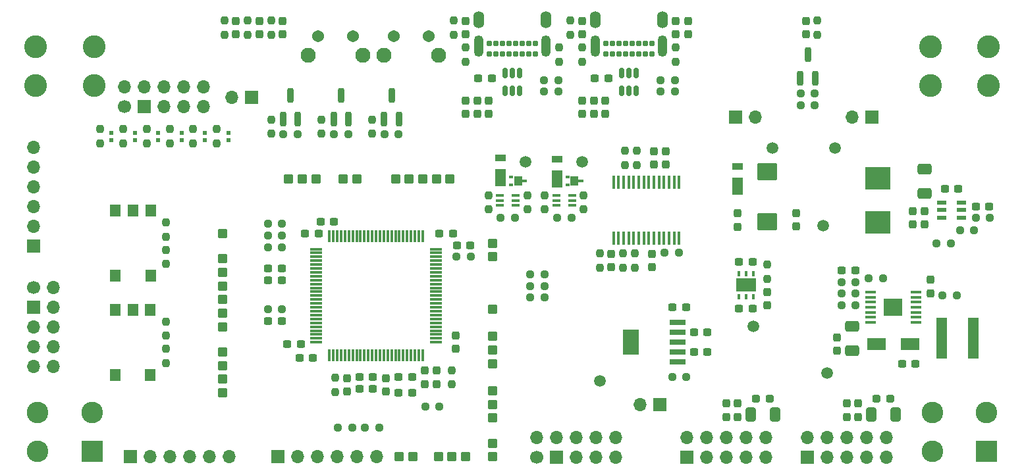
<source format=gts>
G04 #@! TF.GenerationSoftware,KiCad,Pcbnew,8.0.4*
G04 #@! TF.CreationDate,2024-08-23T16:04:33+02:00*
G04 #@! TF.ProjectId,MCU Powerboard,4d435520-506f-4776-9572-626f6172642e,rev?*
G04 #@! TF.SameCoordinates,Original*
G04 #@! TF.FileFunction,Soldermask,Top*
G04 #@! TF.FilePolarity,Negative*
%FSLAX46Y46*%
G04 Gerber Fmt 4.6, Leading zero omitted, Abs format (unit mm)*
G04 Created by KiCad (PCBNEW 8.0.4) date 2024-08-23 16:04:33*
%MOMM*%
%LPD*%
G01*
G04 APERTURE LIST*
G04 Aperture macros list*
%AMRoundRect*
0 Rectangle with rounded corners*
0 $1 Rounding radius*
0 $2 $3 $4 $5 $6 $7 $8 $9 X,Y pos of 4 corners*
0 Add a 4 corners polygon primitive as box body*
4,1,4,$2,$3,$4,$5,$6,$7,$8,$9,$2,$3,0*
0 Add four circle primitives for the rounded corners*
1,1,$1+$1,$2,$3*
1,1,$1+$1,$4,$5*
1,1,$1+$1,$6,$7*
1,1,$1+$1,$8,$9*
0 Add four rect primitives between the rounded corners*
20,1,$1+$1,$2,$3,$4,$5,0*
20,1,$1+$1,$4,$5,$6,$7,0*
20,1,$1+$1,$6,$7,$8,$9,0*
20,1,$1+$1,$8,$9,$2,$3,0*%
G04 Aperture macros list end*
%ADD10RoundRect,0.237500X0.300000X0.237500X-0.300000X0.237500X-0.300000X-0.237500X0.300000X-0.237500X0*%
%ADD11R,1.395000X1.600000*%
%ADD12R,1.400000X1.600000*%
%ADD13RoundRect,0.237500X-0.237500X0.250000X-0.237500X-0.250000X0.237500X-0.250000X0.237500X0.250000X0*%
%ADD14RoundRect,0.237500X0.237500X-0.287500X0.237500X0.287500X-0.237500X0.287500X-0.237500X-0.287500X0*%
%ADD15RoundRect,0.250000X-0.650000X0.412500X-0.650000X-0.412500X0.650000X-0.412500X0.650000X0.412500X0*%
%ADD16RoundRect,0.237500X-0.237500X0.300000X-0.237500X-0.300000X0.237500X-0.300000X0.237500X0.300000X0*%
%ADD17RoundRect,0.237500X0.237500X-0.250000X0.237500X0.250000X-0.237500X0.250000X-0.237500X-0.250000X0*%
%ADD18C,1.700000*%
%ADD19O,1.700000X1.700000*%
%ADD20R,1.700000X1.700000*%
%ADD21R,0.500000X0.310000*%
%ADD22R,0.650000X0.310000*%
%ADD23R,1.000000X1.300000*%
%ADD24RoundRect,0.237500X0.250000X0.237500X-0.250000X0.237500X-0.250000X-0.237500X0.250000X-0.237500X0*%
%ADD25RoundRect,0.237500X-0.250000X-0.237500X0.250000X-0.237500X0.250000X0.237500X-0.250000X0.237500X0*%
%ADD26RoundRect,0.312500X-0.312500X0.312500X-0.312500X-0.312500X0.312500X-0.312500X0.312500X0.312500X0*%
%ADD27C,1.500000*%
%ADD28RoundRect,0.312500X0.312500X0.312500X-0.312500X0.312500X-0.312500X-0.312500X0.312500X-0.312500X0*%
%ADD29RoundRect,0.150000X-0.150000X0.512500X-0.150000X-0.512500X0.150000X-0.512500X0.150000X0.512500X0*%
%ADD30RoundRect,0.312500X0.312500X-0.312500X0.312500X0.312500X-0.312500X0.312500X-0.312500X-0.312500X0*%
%ADD31R,1.400000X2.200000*%
%ADD32R,1.400000X0.900000*%
%ADD33R,1.000000X0.400000*%
%ADD34RoundRect,0.312500X-0.312500X-0.312500X0.312500X-0.312500X0.312500X0.312500X-0.312500X0.312500X0*%
%ADD35RoundRect,0.237500X-0.300000X-0.237500X0.300000X-0.237500X0.300000X0.237500X-0.300000X0.237500X0*%
%ADD36RoundRect,0.237500X-0.237500X0.287500X-0.237500X-0.287500X0.237500X-0.287500X0.237500X0.287500X0*%
%ADD37R,0.500000X0.550000*%
%ADD38R,1.250000X0.600000*%
%ADD39C,2.925000*%
%ADD40RoundRect,0.250000X0.412500X0.650000X-0.412500X0.650000X-0.412500X-0.650000X0.412500X-0.650000X0*%
%ADD41R,3.200000X2.850000*%
%ADD42RoundRect,0.250000X1.025000X-0.875000X1.025000X0.875000X-1.025000X0.875000X-1.025000X-0.875000X0*%
%ADD43R,1.475000X0.450000*%
%ADD44R,2.460000X2.310000*%
%ADD45RoundRect,0.200000X0.200000X-0.750000X0.200000X0.750000X-0.200000X0.750000X-0.200000X-0.750000X0*%
%ADD46RoundRect,0.237500X-0.287500X-0.237500X0.287500X-0.237500X0.287500X0.237500X-0.287500X0.237500X0*%
%ADD47C,0.790000*%
%ADD48O,1.400000X2.200000*%
%ADD49O,1.260000X2.760000*%
%ADD50R,2.000000X0.650000*%
%ADD51R,2.000000X3.200000*%
%ADD52RoundRect,0.237500X0.237500X-0.300000X0.237500X0.300000X-0.237500X0.300000X-0.237500X-0.300000X0*%
%ADD53C,1.540000*%
%ADD54C,1.950000*%
%ADD55RoundRect,0.075000X0.075000X-0.725000X0.075000X0.725000X-0.075000X0.725000X-0.075000X-0.725000X0*%
%ADD56RoundRect,0.075000X0.725000X-0.075000X0.725000X0.075000X-0.725000X0.075000X-0.725000X-0.075000X0*%
%ADD57R,1.430000X5.330000*%
%ADD58R,2.350000X1.550000*%
%ADD59R,0.450000X1.750000*%
%ADD60R,0.400000X0.800000*%
%ADD61R,2.500000X1.750000*%
%ADD62R,2.775000X2.775000*%
%ADD63C,2.775000*%
G04 APERTURE END LIST*
D10*
X209862500Y-90750000D03*
X208137500Y-90750000D03*
D11*
X97502000Y-99705000D03*
X97502000Y-91295000D03*
X101998000Y-99705000D03*
X101998000Y-91295000D03*
D12*
X99750000Y-91295000D03*
D13*
X164500000Y-83587500D03*
X164500000Y-85412500D03*
D10*
X122862500Y-110250000D03*
X121137500Y-110250000D03*
D14*
X116000000Y-68625000D03*
X116000000Y-66875000D03*
D15*
X192250000Y-106187500D03*
X192250000Y-109312500D03*
D16*
X137223000Y-111887500D03*
X137223000Y-113612500D03*
D17*
X95500000Y-82662500D03*
X95500000Y-80837500D03*
D18*
X98675000Y-77900000D03*
D19*
X98675000Y-75360000D03*
D20*
X101215000Y-77900000D03*
D19*
X101215000Y-75360000D03*
X103755000Y-77900000D03*
X103755000Y-75360000D03*
X106295000Y-77900000D03*
X106295000Y-75360000D03*
X108835000Y-77900000D03*
X108835000Y-75360000D03*
D21*
X155600000Y-87000000D03*
X155600000Y-88000000D03*
D22*
X157325000Y-87500000D03*
D23*
X156500000Y-87500000D03*
D24*
X156106250Y-92250000D03*
X154281250Y-92250000D03*
D16*
X176000000Y-116137500D03*
X176000000Y-117862500D03*
D25*
X203087500Y-95500000D03*
X204912500Y-95500000D03*
D26*
X146000000Y-95500000D03*
D13*
X181293750Y-98243750D03*
X181293750Y-100068750D03*
D27*
X190000000Y-83250000D03*
D28*
X123250000Y-87250000D03*
D29*
X164450000Y-73612500D03*
X163500000Y-73612500D03*
X162550000Y-73612500D03*
X162550000Y-75887500D03*
X163500000Y-75887500D03*
X164450000Y-75887500D03*
D25*
X167587500Y-74500000D03*
X169412500Y-74500000D03*
D26*
X111250000Y-97500000D03*
D13*
X169500000Y-70337500D03*
X169500000Y-72162500D03*
D16*
X142500000Y-77137500D03*
X142500000Y-78862500D03*
D30*
X146000000Y-104000000D03*
D14*
X177500000Y-93375000D03*
X177500000Y-91625000D03*
D13*
X140750000Y-111837500D03*
X140750000Y-113662500D03*
D21*
X148350000Y-87000000D03*
X148350000Y-88000000D03*
D22*
X150075000Y-87500000D03*
D23*
X149250000Y-87500000D03*
D30*
X111250000Y-99250000D03*
D31*
X154250000Y-87200000D03*
D32*
X154250000Y-84650000D03*
D24*
X118912500Y-94480000D03*
X117087500Y-94480000D03*
D25*
X190837500Y-103500000D03*
X192662500Y-103500000D03*
D14*
X113000000Y-68625000D03*
X113000000Y-66875000D03*
D33*
X154193750Y-89350000D03*
X154193750Y-90000000D03*
X154193750Y-90650000D03*
X156193750Y-90650000D03*
X156193750Y-90000000D03*
X156193750Y-89350000D03*
D14*
X119000000Y-68625000D03*
X119000000Y-66875000D03*
D10*
X118862500Y-105500000D03*
X117137500Y-105500000D03*
D34*
X128500000Y-87250000D03*
D30*
X146000000Y-116250000D03*
D10*
X173612500Y-107000000D03*
X171887500Y-107000000D03*
D13*
X154500000Y-70337500D03*
X154500000Y-72162500D03*
D17*
X117500000Y-68662500D03*
X117500000Y-66837500D03*
D35*
X169137500Y-103750000D03*
X170862500Y-103750000D03*
D36*
X142520000Y-66875000D03*
X142520000Y-68625000D03*
D37*
X112000000Y-81275000D03*
X112000000Y-82225000D03*
D38*
X203750000Y-90300000D03*
X203750000Y-91250000D03*
X203750000Y-92200000D03*
X206250000Y-92200000D03*
X206250000Y-91250000D03*
X206250000Y-90300000D03*
D26*
X146000000Y-114500000D03*
D20*
X170925000Y-123025000D03*
D19*
X170925000Y-120485000D03*
X173465000Y-123025000D03*
X173465000Y-120485000D03*
X176005000Y-123025000D03*
X176005000Y-120485000D03*
X178545000Y-123025000D03*
X178545000Y-120485000D03*
X181085000Y-123025000D03*
X181085000Y-120485000D03*
D39*
X87250000Y-70250000D03*
X94750000Y-70250000D03*
X87250000Y-75250000D03*
X94750000Y-75250000D03*
D30*
X111250000Y-111250000D03*
D35*
X190887500Y-99000000D03*
X192612500Y-99000000D03*
D16*
X193000000Y-116137500D03*
X193000000Y-117862500D03*
X185000000Y-91637500D03*
X185000000Y-93362500D03*
D17*
X110500000Y-82662500D03*
X110500000Y-80837500D03*
D40*
X182312500Y-117500000D03*
X179187500Y-117500000D03*
D30*
X111250000Y-106250000D03*
D16*
X161250000Y-96887500D03*
X161250000Y-98612500D03*
D30*
X146000000Y-121250000D03*
D16*
X201500000Y-91387500D03*
X201500000Y-93112500D03*
D10*
X123612500Y-94250000D03*
X121887500Y-94250000D03*
D17*
X157693750Y-91162500D03*
X157693750Y-89337500D03*
X114500000Y-68662500D03*
X114500000Y-66837500D03*
D34*
X138750000Y-87250000D03*
D17*
X164250000Y-98662500D03*
X164250000Y-96837500D03*
D26*
X146000000Y-123000000D03*
D37*
X109000000Y-81275000D03*
X109000000Y-82225000D03*
D34*
X135250000Y-87250000D03*
D41*
X195500000Y-92850000D03*
X195500000Y-87150000D03*
D11*
X97501000Y-112455000D03*
X97501000Y-104045000D03*
X101997000Y-112455000D03*
X101997000Y-104045000D03*
D12*
X99749000Y-104045000D03*
D25*
X190837500Y-100500000D03*
X192662500Y-100500000D03*
D10*
X118862500Y-98750000D03*
X117137500Y-98750000D03*
D24*
X131412500Y-119250000D03*
X129587500Y-119250000D03*
D16*
X202274000Y-100224500D03*
X202274000Y-101949500D03*
D25*
X194337500Y-100000000D03*
X196162500Y-100000000D03*
D40*
X197812500Y-117500000D03*
X194687500Y-117500000D03*
D28*
X139000000Y-123000000D03*
D42*
X181250000Y-92700000D03*
X181250000Y-86300000D03*
D34*
X140750000Y-123000000D03*
D28*
X126750000Y-87250000D03*
D25*
X203837500Y-102250000D03*
X205662500Y-102250000D03*
D30*
X111250000Y-102750000D03*
D43*
X200438000Y-105700000D03*
X200438000Y-105050000D03*
X200438000Y-104400000D03*
X200438000Y-103750000D03*
X200438000Y-103100000D03*
X200438000Y-102450000D03*
X200438000Y-101800000D03*
X194562000Y-101800000D03*
X194562000Y-102450000D03*
X194562000Y-103100000D03*
X194562000Y-103750000D03*
X194562000Y-104400000D03*
X194562000Y-105050000D03*
X194562000Y-105700000D03*
D44*
X197500000Y-103750000D03*
D17*
X101500000Y-82662500D03*
X101500000Y-80837500D03*
D14*
X145500000Y-78875000D03*
X145500000Y-77125000D03*
D45*
X132050000Y-79500000D03*
X133950000Y-79500000D03*
X133000000Y-76500000D03*
D34*
X121500000Y-87250000D03*
D16*
X191500000Y-116137500D03*
X191500000Y-117862500D03*
D37*
X106000000Y-81275000D03*
X106000000Y-82225000D03*
D27*
X157500000Y-85000000D03*
D24*
X154412500Y-76000000D03*
X152587500Y-76000000D03*
D46*
X195375000Y-115500000D03*
X197125000Y-115500000D03*
D15*
X201500000Y-85937500D03*
X201500000Y-89062500D03*
D25*
X208087500Y-92250000D03*
X209912500Y-92250000D03*
D17*
X159750000Y-98662500D03*
X159750000Y-96837500D03*
D37*
X103000000Y-81275000D03*
X103000000Y-82225000D03*
D13*
X124000000Y-79587500D03*
X124000000Y-81412500D03*
D10*
X118862500Y-100250000D03*
X117137500Y-100250000D03*
D47*
X166475000Y-71110000D03*
X165625000Y-71110000D03*
X164775000Y-71110000D03*
X163925000Y-71110000D03*
X163075000Y-71110000D03*
X162225000Y-71110000D03*
X161375000Y-71110000D03*
X160525000Y-71110000D03*
X160525000Y-69760000D03*
X161375000Y-69760000D03*
X162225000Y-69760000D03*
X163075000Y-69760000D03*
X163925000Y-69760000D03*
X164775000Y-69760000D03*
X165625000Y-69760000D03*
X166475000Y-69760000D03*
D48*
X167825000Y-66750000D03*
X159175000Y-66750000D03*
D49*
X167825000Y-70130000D03*
X159175000Y-70130000D03*
D10*
X125612500Y-92750000D03*
X123887500Y-92750000D03*
D33*
X146943750Y-89350000D03*
X146943750Y-90000000D03*
X146943750Y-90650000D03*
X148943750Y-90650000D03*
X148943750Y-90000000D03*
X148943750Y-89350000D03*
D20*
X99400000Y-123000000D03*
D19*
X101940000Y-123000000D03*
X104480000Y-123000000D03*
X107020000Y-123000000D03*
X109560000Y-123000000D03*
X112100000Y-123000000D03*
D26*
X111250000Y-109500000D03*
D47*
X151475000Y-71110000D03*
X150625000Y-71110000D03*
X149775000Y-71110000D03*
X148925000Y-71110000D03*
X148075000Y-71110000D03*
X147225000Y-71110000D03*
X146375000Y-71110000D03*
X145525000Y-71110000D03*
X145525000Y-69760000D03*
X146375000Y-69760000D03*
X147225000Y-69760000D03*
X148075000Y-69760000D03*
X148925000Y-69760000D03*
X149775000Y-69760000D03*
X150625000Y-69760000D03*
X151475000Y-69760000D03*
D48*
X152825000Y-66750000D03*
X144175000Y-66750000D03*
D49*
X152825000Y-70130000D03*
X144175000Y-70130000D03*
D27*
X188500000Y-93250000D03*
D24*
X152662500Y-102500000D03*
X150837500Y-102500000D03*
D14*
X186250000Y-68625000D03*
X186250000Y-66875000D03*
X169500000Y-68625000D03*
X169500000Y-66875000D03*
D50*
X169750000Y-110790000D03*
X169750000Y-109520000D03*
X169750000Y-108250000D03*
X169750000Y-106980000D03*
X169750000Y-105710000D03*
D51*
X163750000Y-108250000D03*
D37*
X100000000Y-81275000D03*
X100000000Y-82225000D03*
D24*
X118912500Y-93000000D03*
X117087500Y-93000000D03*
D28*
X133500000Y-87250000D03*
X134000000Y-123000000D03*
D35*
X144137500Y-74250000D03*
X145862500Y-74250000D03*
D17*
X103999000Y-107412500D03*
X103999000Y-105587500D03*
D30*
X146000000Y-97250000D03*
D25*
X137337500Y-116500000D03*
X139162500Y-116500000D03*
D17*
X111500000Y-68662500D03*
X111500000Y-66837500D03*
D28*
X119750000Y-87250000D03*
D25*
X185587500Y-76250000D03*
X187412500Y-76250000D03*
D10*
X130612500Y-114250000D03*
X128887500Y-114250000D03*
D26*
X111250000Y-104500000D03*
D16*
X138777000Y-111887500D03*
X138777000Y-113612500D03*
D25*
X132087500Y-81500000D03*
X133912500Y-81500000D03*
D37*
X97000000Y-81275000D03*
X97000000Y-82225000D03*
D29*
X149450000Y-73612500D03*
X148500000Y-73612500D03*
X147550000Y-73612500D03*
X147550000Y-75887500D03*
X148500000Y-75887500D03*
X149450000Y-75887500D03*
D13*
X130500000Y-79587500D03*
X130500000Y-81412500D03*
D45*
X185550000Y-74250000D03*
X187450000Y-74250000D03*
X186500000Y-71250000D03*
D26*
X111250000Y-101000000D03*
D13*
X163000000Y-83587500D03*
X163000000Y-85412500D03*
D10*
X179406250Y-103906250D03*
X177681250Y-103906250D03*
D25*
X152587500Y-74500000D03*
X154412500Y-74500000D03*
D16*
X127250000Y-112887500D03*
X127250000Y-114612500D03*
D13*
X125750000Y-112837500D03*
X125750000Y-114662500D03*
D27*
X182000000Y-83250000D03*
D25*
X125587500Y-81500000D03*
X127412500Y-81500000D03*
D39*
X202250000Y-70250000D03*
X209750000Y-70250000D03*
X202250000Y-75250000D03*
X209750000Y-75250000D03*
D20*
X186425000Y-123025000D03*
D19*
X186425000Y-120485000D03*
X188965000Y-123025000D03*
X188965000Y-120485000D03*
X191505000Y-123025000D03*
X191505000Y-120485000D03*
X194045000Y-123025000D03*
X194045000Y-120485000D03*
X196585000Y-123025000D03*
X196585000Y-120485000D03*
D52*
X166500000Y-98612500D03*
X166500000Y-96887500D03*
D35*
X139137500Y-94250000D03*
X140862500Y-94250000D03*
D13*
X104000000Y-96337500D03*
X104000000Y-98162500D03*
D27*
X189000000Y-112250000D03*
D25*
X185587500Y-77750000D03*
X187412500Y-77750000D03*
D10*
X121314500Y-108500000D03*
X119589500Y-108500000D03*
D24*
X118912500Y-104000000D03*
X117087500Y-104000000D03*
D10*
X179406250Y-97906250D03*
X177681250Y-97906250D03*
D30*
X111250000Y-94250000D03*
D24*
X148856250Y-92250000D03*
X147031250Y-92250000D03*
D45*
X119050000Y-79500000D03*
X120950000Y-79500000D03*
X120000000Y-76500000D03*
D20*
X115025000Y-76750000D03*
D19*
X112485000Y-76750000D03*
D10*
X135612500Y-112750000D03*
X133887500Y-112750000D03*
D28*
X137000000Y-87250000D03*
D27*
X179543750Y-106192250D03*
D14*
X171100000Y-68625000D03*
X171100000Y-66875000D03*
D17*
X98500000Y-82662500D03*
X98500000Y-80837500D03*
D53*
X128027500Y-68854500D03*
X123527500Y-68854500D03*
D54*
X129282500Y-71344500D03*
X122272500Y-71344500D03*
D28*
X140500000Y-87250000D03*
D17*
X141000000Y-68662500D03*
X141000000Y-66837500D03*
D25*
X141337500Y-97250000D03*
X143162500Y-97250000D03*
D13*
X145443750Y-89337500D03*
X145443750Y-91162500D03*
D31*
X177500000Y-88200000D03*
D32*
X177500000Y-85650000D03*
D27*
X159750000Y-113250000D03*
D55*
X125000000Y-109925000D03*
X125500000Y-109925000D03*
X126000000Y-109925000D03*
X126500000Y-109925000D03*
X127000000Y-109925000D03*
X127500000Y-109925000D03*
X128000000Y-109925000D03*
X128500000Y-109925000D03*
X129000000Y-109925000D03*
X129500000Y-109925000D03*
X130000000Y-109925000D03*
X130500000Y-109925000D03*
X131000000Y-109925000D03*
X131500000Y-109925000D03*
X132000000Y-109925000D03*
X132500000Y-109925000D03*
X133000000Y-109925000D03*
X133500000Y-109925000D03*
X134000000Y-109925000D03*
X134500000Y-109925000D03*
X135000000Y-109925000D03*
X135500000Y-109925000D03*
X136000000Y-109925000D03*
X136500000Y-109925000D03*
X137000000Y-109925000D03*
D56*
X138675000Y-108250000D03*
X138675000Y-107750000D03*
X138675000Y-107250000D03*
X138675000Y-106750000D03*
X138675000Y-106250000D03*
X138675000Y-105750000D03*
X138675000Y-105250000D03*
X138675000Y-104750000D03*
X138675000Y-104250000D03*
X138675000Y-103750000D03*
X138675000Y-103250000D03*
X138675000Y-102750000D03*
X138675000Y-102250000D03*
X138675000Y-101750000D03*
X138675000Y-101250000D03*
X138675000Y-100750000D03*
X138675000Y-100250000D03*
X138675000Y-99750000D03*
X138675000Y-99250000D03*
X138675000Y-98750000D03*
X138675000Y-98250000D03*
X138675000Y-97750000D03*
X138675000Y-97250000D03*
X138675000Y-96750000D03*
X138675000Y-96250000D03*
D55*
X137000000Y-94575000D03*
X136500000Y-94575000D03*
X136000000Y-94575000D03*
X135500000Y-94575000D03*
X135000000Y-94575000D03*
X134500000Y-94575000D03*
X134000000Y-94575000D03*
X133500000Y-94575000D03*
X133000000Y-94575000D03*
X132500000Y-94575000D03*
X132000000Y-94575000D03*
X131500000Y-94575000D03*
X131000000Y-94575000D03*
X130500000Y-94575000D03*
X130000000Y-94575000D03*
X129500000Y-94575000D03*
X129000000Y-94575000D03*
X128500000Y-94575000D03*
X128000000Y-94575000D03*
X127500000Y-94575000D03*
X127000000Y-94575000D03*
X126500000Y-94575000D03*
X126000000Y-94575000D03*
X125500000Y-94575000D03*
X125000000Y-94575000D03*
D56*
X123325000Y-96250000D03*
X123325000Y-96750000D03*
X123325000Y-97250000D03*
X123325000Y-97750000D03*
X123325000Y-98250000D03*
X123325000Y-98750000D03*
X123325000Y-99250000D03*
X123325000Y-99750000D03*
X123325000Y-100250000D03*
X123325000Y-100750000D03*
X123325000Y-101250000D03*
X123325000Y-101750000D03*
X123325000Y-102250000D03*
X123325000Y-102750000D03*
X123325000Y-103250000D03*
X123325000Y-103750000D03*
X123325000Y-104250000D03*
X123325000Y-104750000D03*
X123325000Y-105250000D03*
X123325000Y-105750000D03*
X123325000Y-106250000D03*
X123325000Y-106750000D03*
X123325000Y-107250000D03*
X123325000Y-107750000D03*
X123325000Y-108250000D03*
D57*
X207770000Y-107750000D03*
X203730000Y-107750000D03*
D17*
X156000000Y-68662500D03*
X156000000Y-66837500D03*
D45*
X125550000Y-79500000D03*
X127450000Y-79500000D03*
X126500000Y-76500000D03*
D30*
X146000000Y-109250000D03*
D35*
X141387500Y-95750000D03*
X143112500Y-95750000D03*
D16*
X159000000Y-77137500D03*
X159000000Y-78862500D03*
D13*
X152693750Y-89337500D03*
X152693750Y-91162500D03*
D16*
X200000000Y-91387500D03*
X200000000Y-93112500D03*
D20*
X194775000Y-79250000D03*
D19*
X192235000Y-79250000D03*
D17*
X157500000Y-72162500D03*
X157500000Y-70337500D03*
D28*
X142500000Y-123000000D03*
D16*
X144000000Y-77137500D03*
X144000000Y-78862500D03*
D30*
X111272000Y-114750000D03*
D16*
X166750000Y-83637500D03*
X166750000Y-85362500D03*
D10*
X135612500Y-114750000D03*
X133887500Y-114750000D03*
D16*
X177500000Y-116137500D03*
X177500000Y-117862500D03*
X181293750Y-101793750D03*
X181293750Y-103518750D03*
D25*
X119087500Y-81500000D03*
X120912500Y-81500000D03*
D53*
X137777500Y-68854500D03*
X133277500Y-68854500D03*
D54*
X139032500Y-71344500D03*
X132022500Y-71344500D03*
D10*
X130612500Y-112750000D03*
X128887500Y-112750000D03*
D35*
X204137500Y-88500000D03*
X205862500Y-88500000D03*
D17*
X187750000Y-68662500D03*
X187750000Y-66837500D03*
D35*
X159137500Y-74250000D03*
X160862500Y-74250000D03*
D17*
X104500000Y-82662500D03*
X104500000Y-80837500D03*
D20*
X177225000Y-79250000D03*
D19*
X179765000Y-79250000D03*
D17*
X107500000Y-82662500D03*
X107500000Y-80837500D03*
D35*
X198637500Y-111000000D03*
X200362500Y-111000000D03*
D26*
X146000000Y-107500000D03*
D24*
X152662500Y-100990000D03*
X150837500Y-100990000D03*
D31*
X147000000Y-87050000D03*
D32*
X147000000Y-84500000D03*
D18*
X86975000Y-101175000D03*
D19*
X89515000Y-101175000D03*
D20*
X86975000Y-103715000D03*
D19*
X89515000Y-103715000D03*
X86975000Y-106255000D03*
X89515000Y-106255000D03*
X86975000Y-108795000D03*
X89515000Y-108795000D03*
X86975000Y-111335000D03*
X89515000Y-111335000D03*
D16*
X141250000Y-107387500D03*
X141250000Y-109112500D03*
D17*
X142500000Y-72162500D03*
X142500000Y-70337500D03*
D25*
X206087500Y-93800000D03*
X207912500Y-93800000D03*
D26*
X111272000Y-113000000D03*
D16*
X190250000Y-107637500D03*
X190250000Y-109362500D03*
D20*
X118400000Y-123000000D03*
D19*
X120940000Y-123000000D03*
X123480000Y-123000000D03*
X126020000Y-123000000D03*
X128560000Y-123000000D03*
X131100000Y-123000000D03*
D36*
X157520000Y-66875000D03*
X157520000Y-68625000D03*
D16*
X132250000Y-112887500D03*
X132250000Y-114612500D03*
D17*
X150443750Y-91162500D03*
X150443750Y-89337500D03*
D13*
X103999000Y-109087500D03*
X103999000Y-110912500D03*
X117500000Y-79587500D03*
X117500000Y-81412500D03*
D34*
X135750000Y-123000000D03*
D16*
X157500000Y-77137500D03*
X157500000Y-78862500D03*
D26*
X146000000Y-111000000D03*
D24*
X152662500Y-99500000D03*
X150837500Y-99500000D03*
D27*
X150250000Y-85000000D03*
D58*
X195350000Y-108500000D03*
X199650000Y-108500000D03*
D20*
X87000000Y-95850000D03*
D19*
X87000000Y-93310000D03*
X87000000Y-90770000D03*
X87000000Y-88230000D03*
X87000000Y-85690000D03*
X87000000Y-83150000D03*
D52*
X168250000Y-85362500D03*
X168250000Y-83637500D03*
D17*
X162750000Y-98662500D03*
X162750000Y-96837500D03*
D25*
X169087500Y-112750000D03*
X170912500Y-112750000D03*
D59*
X161525000Y-94850000D03*
X162175000Y-94850000D03*
X162825000Y-94850000D03*
X163475000Y-94850000D03*
X164125000Y-94850000D03*
X164775000Y-94850000D03*
X165425000Y-94850000D03*
X166075000Y-94850000D03*
X166725000Y-94850000D03*
X167375000Y-94850000D03*
X168025000Y-94850000D03*
X168675000Y-94850000D03*
X169325000Y-94850000D03*
X169975000Y-94850000D03*
X169975000Y-87650000D03*
X169325000Y-87650000D03*
X168675000Y-87650000D03*
X168025000Y-87650000D03*
X167375000Y-87650000D03*
X166725000Y-87650000D03*
X166075000Y-87650000D03*
X165425000Y-87650000D03*
X164775000Y-87650000D03*
X164125000Y-87650000D03*
X163475000Y-87650000D03*
X162825000Y-87650000D03*
X162175000Y-87650000D03*
X161525000Y-87650000D03*
D35*
X171887500Y-109500000D03*
X173612500Y-109500000D03*
D17*
X104000000Y-94662500D03*
X104000000Y-92837500D03*
D24*
X127912500Y-119250000D03*
X126087500Y-119250000D03*
X192662500Y-102000000D03*
X190837500Y-102000000D03*
D14*
X160500000Y-78875000D03*
X160500000Y-77125000D03*
D24*
X169912500Y-96750000D03*
X168087500Y-96750000D03*
D60*
X179550000Y-99400000D03*
X178600000Y-99400000D03*
X177650000Y-99400000D03*
X177650000Y-102400000D03*
X178600000Y-102400000D03*
X179550000Y-102400000D03*
D61*
X178600000Y-100900000D03*
D24*
X169412500Y-76000000D03*
X167587500Y-76000000D03*
D18*
X151675000Y-123025000D03*
D19*
X151675000Y-120485000D03*
D20*
X154215000Y-123025000D03*
D19*
X154215000Y-120485000D03*
X156755000Y-123025000D03*
X156755000Y-120485000D03*
X159295000Y-123025000D03*
X159295000Y-120485000D03*
X161835000Y-123025000D03*
X161835000Y-120485000D03*
D46*
X179875000Y-115500000D03*
X181625000Y-115500000D03*
D26*
X146000000Y-118000000D03*
D24*
X118912500Y-96000000D03*
X117087500Y-96000000D03*
D20*
X167525000Y-116250000D03*
D19*
X164985000Y-116250000D03*
D62*
X209499500Y-122250000D03*
D63*
X202499500Y-122250000D03*
X202499500Y-117250000D03*
X209499500Y-117250000D03*
D62*
X94499500Y-122250000D03*
D63*
X87499500Y-122250000D03*
X87499500Y-117250000D03*
X94499500Y-117250000D03*
M02*

</source>
